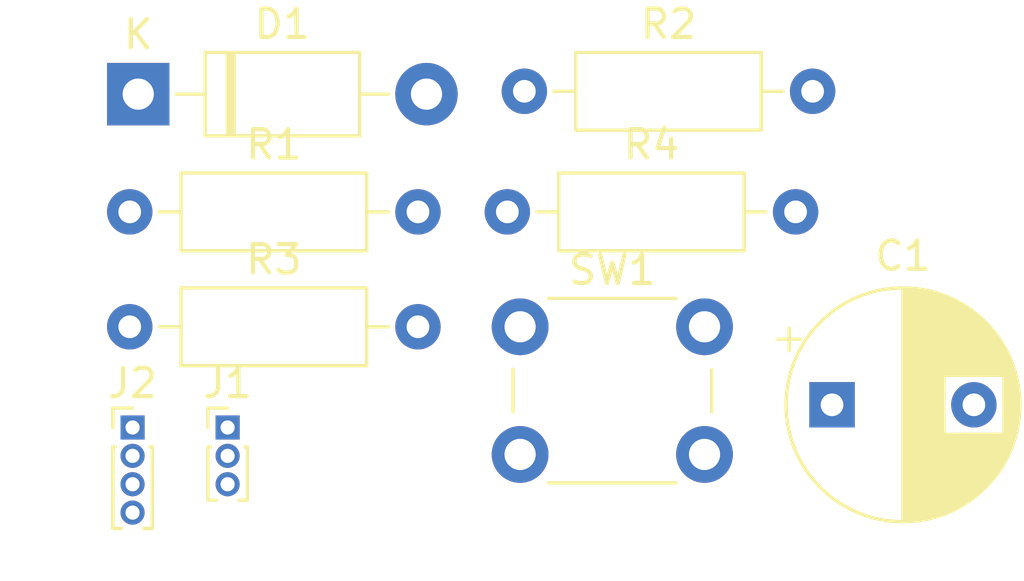
<source format=kicad_pcb>
(kicad_pcb (version 20171130) (host pcbnew "(5.1.9-0-10_14)")

  (general
    (thickness 1.6)
    (drawings 0)
    (tracks 0)
    (zones 0)
    (modules 9)
    (nets 9)
  )

  (page A4)
  (layers
    (0 F.Cu signal)
    (31 B.Cu signal)
    (32 B.Adhes user)
    (33 F.Adhes user)
    (34 B.Paste user)
    (35 F.Paste user)
    (36 B.SilkS user)
    (37 F.SilkS user)
    (38 B.Mask user)
    (39 F.Mask user)
    (40 Dwgs.User user)
    (41 Cmts.User user)
    (42 Eco1.User user)
    (43 Eco2.User user)
    (44 Edge.Cuts user)
    (45 Margin user)
    (46 B.CrtYd user)
    (47 F.CrtYd user)
    (48 B.Fab user)
    (49 F.Fab user)
  )

  (setup
    (last_trace_width 0.25)
    (trace_clearance 0.2)
    (zone_clearance 0.508)
    (zone_45_only no)
    (trace_min 0.2)
    (via_size 0.8)
    (via_drill 0.4)
    (via_min_size 0.4)
    (via_min_drill 0.3)
    (uvia_size 0.3)
    (uvia_drill 0.1)
    (uvias_allowed no)
    (uvia_min_size 0.2)
    (uvia_min_drill 0.1)
    (edge_width 0.05)
    (segment_width 0.2)
    (pcb_text_width 0.3)
    (pcb_text_size 1.5 1.5)
    (mod_edge_width 0.12)
    (mod_text_size 1 1)
    (mod_text_width 0.15)
    (pad_size 1.524 1.524)
    (pad_drill 0.762)
    (pad_to_mask_clearance 0)
    (aux_axis_origin 0 0)
    (visible_elements FFFFFF7F)
    (pcbplotparams
      (layerselection 0x010fc_ffffffff)
      (usegerberextensions false)
      (usegerberattributes true)
      (usegerberadvancedattributes true)
      (creategerberjobfile true)
      (excludeedgelayer true)
      (linewidth 0.100000)
      (plotframeref false)
      (viasonmask false)
      (mode 1)
      (useauxorigin false)
      (hpglpennumber 1)
      (hpglpenspeed 20)
      (hpglpendiameter 15.000000)
      (psnegative false)
      (psa4output false)
      (plotreference true)
      (plotvalue true)
      (plotinvisibletext false)
      (padsonsilk false)
      (subtractmaskfromsilk false)
      (outputformat 1)
      (mirror false)
      (drillshape 1)
      (scaleselection 1)
      (outputdirectory ""))
  )

  (net 0 "")
  (net 1 "Net-(C1-Pad1)")
  (net 2 "Net-(C1-Pad2)")
  (net 3 "Net-(D1-Pad2)")
  (net 4 "Net-(J1-Pad1)")
  (net 5 "Net-(J1-Pad2)")
  (net 6 "Net-(J1-Pad3)")
  (net 7 "Net-(J2-Pad4)")
  (net 8 "Net-(SW1-Pad2)")

  (net_class Default "This is the default net class."
    (clearance 0.2)
    (trace_width 0.25)
    (via_dia 0.8)
    (via_drill 0.4)
    (uvia_dia 0.3)
    (uvia_drill 0.1)
    (add_net "Net-(C1-Pad1)")
    (add_net "Net-(C1-Pad2)")
    (add_net "Net-(D1-Pad2)")
    (add_net "Net-(J1-Pad1)")
    (add_net "Net-(J1-Pad2)")
    (add_net "Net-(J1-Pad3)")
    (add_net "Net-(J2-Pad4)")
    (add_net "Net-(SW1-Pad2)")
  )

  (module Capacitor_THT:CP_Radial_D8.0mm_P5.00mm (layer F.Cu) (tedit 5AE50EF0) (tstamp 60538DE0)
    (at -3.380301 -158.874999)
    (descr "CP, Radial series, Radial, pin pitch=5.00mm, , diameter=8mm, Electrolytic Capacitor")
    (tags "CP Radial series Radial pin pitch 5.00mm  diameter 8mm Electrolytic Capacitor")
    (path /60539F26)
    (fp_text reference C1 (at 2.5 -5.25) (layer F.SilkS)
      (effects (font (size 1 1) (thickness 0.15)))
    )
    (fp_text value 100uF (at 2.5 5.25) (layer F.Fab)
      (effects (font (size 1 1) (thickness 0.15)))
    )
    (fp_line (start -1.509698 -2.715) (end -1.509698 -1.915) (layer F.SilkS) (width 0.12))
    (fp_line (start -1.909698 -2.315) (end -1.109698 -2.315) (layer F.SilkS) (width 0.12))
    (fp_line (start 6.581 -0.533) (end 6.581 0.533) (layer F.SilkS) (width 0.12))
    (fp_line (start 6.541 -0.768) (end 6.541 0.768) (layer F.SilkS) (width 0.12))
    (fp_line (start 6.501 -0.948) (end 6.501 0.948) (layer F.SilkS) (width 0.12))
    (fp_line (start 6.461 -1.098) (end 6.461 1.098) (layer F.SilkS) (width 0.12))
    (fp_line (start 6.421 -1.229) (end 6.421 1.229) (layer F.SilkS) (width 0.12))
    (fp_line (start 6.381 -1.346) (end 6.381 1.346) (layer F.SilkS) (width 0.12))
    (fp_line (start 6.341 -1.453) (end 6.341 1.453) (layer F.SilkS) (width 0.12))
    (fp_line (start 6.301 -1.552) (end 6.301 1.552) (layer F.SilkS) (width 0.12))
    (fp_line (start 6.261 -1.645) (end 6.261 1.645) (layer F.SilkS) (width 0.12))
    (fp_line (start 6.221 -1.731) (end 6.221 1.731) (layer F.SilkS) (width 0.12))
    (fp_line (start 6.181 -1.813) (end 6.181 1.813) (layer F.SilkS) (width 0.12))
    (fp_line (start 6.141 -1.89) (end 6.141 1.89) (layer F.SilkS) (width 0.12))
    (fp_line (start 6.101 -1.964) (end 6.101 1.964) (layer F.SilkS) (width 0.12))
    (fp_line (start 6.061 -2.034) (end 6.061 2.034) (layer F.SilkS) (width 0.12))
    (fp_line (start 6.021 1.04) (end 6.021 2.102) (layer F.SilkS) (width 0.12))
    (fp_line (start 6.021 -2.102) (end 6.021 -1.04) (layer F.SilkS) (width 0.12))
    (fp_line (start 5.981 1.04) (end 5.981 2.166) (layer F.SilkS) (width 0.12))
    (fp_line (start 5.981 -2.166) (end 5.981 -1.04) (layer F.SilkS) (width 0.12))
    (fp_line (start 5.941 1.04) (end 5.941 2.228) (layer F.SilkS) (width 0.12))
    (fp_line (start 5.941 -2.228) (end 5.941 -1.04) (layer F.SilkS) (width 0.12))
    (fp_line (start 5.901 1.04) (end 5.901 2.287) (layer F.SilkS) (width 0.12))
    (fp_line (start 5.901 -2.287) (end 5.901 -1.04) (layer F.SilkS) (width 0.12))
    (fp_line (start 5.861 1.04) (end 5.861 2.345) (layer F.SilkS) (width 0.12))
    (fp_line (start 5.861 -2.345) (end 5.861 -1.04) (layer F.SilkS) (width 0.12))
    (fp_line (start 5.821 1.04) (end 5.821 2.4) (layer F.SilkS) (width 0.12))
    (fp_line (start 5.821 -2.4) (end 5.821 -1.04) (layer F.SilkS) (width 0.12))
    (fp_line (start 5.781 1.04) (end 5.781 2.454) (layer F.SilkS) (width 0.12))
    (fp_line (start 5.781 -2.454) (end 5.781 -1.04) (layer F.SilkS) (width 0.12))
    (fp_line (start 5.741 1.04) (end 5.741 2.505) (layer F.SilkS) (width 0.12))
    (fp_line (start 5.741 -2.505) (end 5.741 -1.04) (layer F.SilkS) (width 0.12))
    (fp_line (start 5.701 1.04) (end 5.701 2.556) (layer F.SilkS) (width 0.12))
    (fp_line (start 5.701 -2.556) (end 5.701 -1.04) (layer F.SilkS) (width 0.12))
    (fp_line (start 5.661 1.04) (end 5.661 2.604) (layer F.SilkS) (width 0.12))
    (fp_line (start 5.661 -2.604) (end 5.661 -1.04) (layer F.SilkS) (width 0.12))
    (fp_line (start 5.621 1.04) (end 5.621 2.651) (layer F.SilkS) (width 0.12))
    (fp_line (start 5.621 -2.651) (end 5.621 -1.04) (layer F.SilkS) (width 0.12))
    (fp_line (start 5.581 1.04) (end 5.581 2.697) (layer F.SilkS) (width 0.12))
    (fp_line (start 5.581 -2.697) (end 5.581 -1.04) (layer F.SilkS) (width 0.12))
    (fp_line (start 5.541 1.04) (end 5.541 2.741) (layer F.SilkS) (width 0.12))
    (fp_line (start 5.541 -2.741) (end 5.541 -1.04) (layer F.SilkS) (width 0.12))
    (fp_line (start 5.501 1.04) (end 5.501 2.784) (layer F.SilkS) (width 0.12))
    (fp_line (start 5.501 -2.784) (end 5.501 -1.04) (layer F.SilkS) (width 0.12))
    (fp_line (start 5.461 1.04) (end 5.461 2.826) (layer F.SilkS) (width 0.12))
    (fp_line (start 5.461 -2.826) (end 5.461 -1.04) (layer F.SilkS) (width 0.12))
    (fp_line (start 5.421 1.04) (end 5.421 2.867) (layer F.SilkS) (width 0.12))
    (fp_line (start 5.421 -2.867) (end 5.421 -1.04) (layer F.SilkS) (width 0.12))
    (fp_line (start 5.381 1.04) (end 5.381 2.907) (layer F.SilkS) (width 0.12))
    (fp_line (start 5.381 -2.907) (end 5.381 -1.04) (layer F.SilkS) (width 0.12))
    (fp_line (start 5.341 1.04) (end 5.341 2.945) (layer F.SilkS) (width 0.12))
    (fp_line (start 5.341 -2.945) (end 5.341 -1.04) (layer F.SilkS) (width 0.12))
    (fp_line (start 5.301 1.04) (end 5.301 2.983) (layer F.SilkS) (width 0.12))
    (fp_line (start 5.301 -2.983) (end 5.301 -1.04) (layer F.SilkS) (width 0.12))
    (fp_line (start 5.261 1.04) (end 5.261 3.019) (layer F.SilkS) (width 0.12))
    (fp_line (start 5.261 -3.019) (end 5.261 -1.04) (layer F.SilkS) (width 0.12))
    (fp_line (start 5.221 1.04) (end 5.221 3.055) (layer F.SilkS) (width 0.12))
    (fp_line (start 5.221 -3.055) (end 5.221 -1.04) (layer F.SilkS) (width 0.12))
    (fp_line (start 5.181 1.04) (end 5.181 3.09) (layer F.SilkS) (width 0.12))
    (fp_line (start 5.181 -3.09) (end 5.181 -1.04) (layer F.SilkS) (width 0.12))
    (fp_line (start 5.141 1.04) (end 5.141 3.124) (layer F.SilkS) (width 0.12))
    (fp_line (start 5.141 -3.124) (end 5.141 -1.04) (layer F.SilkS) (width 0.12))
    (fp_line (start 5.101 1.04) (end 5.101 3.156) (layer F.SilkS) (width 0.12))
    (fp_line (start 5.101 -3.156) (end 5.101 -1.04) (layer F.SilkS) (width 0.12))
    (fp_line (start 5.061 1.04) (end 5.061 3.189) (layer F.SilkS) (width 0.12))
    (fp_line (start 5.061 -3.189) (end 5.061 -1.04) (layer F.SilkS) (width 0.12))
    (fp_line (start 5.021 1.04) (end 5.021 3.22) (layer F.SilkS) (width 0.12))
    (fp_line (start 5.021 -3.22) (end 5.021 -1.04) (layer F.SilkS) (width 0.12))
    (fp_line (start 4.981 1.04) (end 4.981 3.25) (layer F.SilkS) (width 0.12))
    (fp_line (start 4.981 -3.25) (end 4.981 -1.04) (layer F.SilkS) (width 0.12))
    (fp_line (start 4.941 1.04) (end 4.941 3.28) (layer F.SilkS) (width 0.12))
    (fp_line (start 4.941 -3.28) (end 4.941 -1.04) (layer F.SilkS) (width 0.12))
    (fp_line (start 4.901 1.04) (end 4.901 3.309) (layer F.SilkS) (width 0.12))
    (fp_line (start 4.901 -3.309) (end 4.901 -1.04) (layer F.SilkS) (width 0.12))
    (fp_line (start 4.861 1.04) (end 4.861 3.338) (layer F.SilkS) (width 0.12))
    (fp_line (start 4.861 -3.338) (end 4.861 -1.04) (layer F.SilkS) (width 0.12))
    (fp_line (start 4.821 1.04) (end 4.821 3.365) (layer F.SilkS) (width 0.12))
    (fp_line (start 4.821 -3.365) (end 4.821 -1.04) (layer F.SilkS) (width 0.12))
    (fp_line (start 4.781 1.04) (end 4.781 3.392) (layer F.SilkS) (width 0.12))
    (fp_line (start 4.781 -3.392) (end 4.781 -1.04) (layer F.SilkS) (width 0.12))
    (fp_line (start 4.741 1.04) (end 4.741 3.418) (layer F.SilkS) (width 0.12))
    (fp_line (start 4.741 -3.418) (end 4.741 -1.04) (layer F.SilkS) (width 0.12))
    (fp_line (start 4.701 1.04) (end 4.701 3.444) (layer F.SilkS) (width 0.12))
    (fp_line (start 4.701 -3.444) (end 4.701 -1.04) (layer F.SilkS) (width 0.12))
    (fp_line (start 4.661 1.04) (end 4.661 3.469) (layer F.SilkS) (width 0.12))
    (fp_line (start 4.661 -3.469) (end 4.661 -1.04) (layer F.SilkS) (width 0.12))
    (fp_line (start 4.621 1.04) (end 4.621 3.493) (layer F.SilkS) (width 0.12))
    (fp_line (start 4.621 -3.493) (end 4.621 -1.04) (layer F.SilkS) (width 0.12))
    (fp_line (start 4.581 1.04) (end 4.581 3.517) (layer F.SilkS) (width 0.12))
    (fp_line (start 4.581 -3.517) (end 4.581 -1.04) (layer F.SilkS) (width 0.12))
    (fp_line (start 4.541 1.04) (end 4.541 3.54) (layer F.SilkS) (width 0.12))
    (fp_line (start 4.541 -3.54) (end 4.541 -1.04) (layer F.SilkS) (width 0.12))
    (fp_line (start 4.501 1.04) (end 4.501 3.562) (layer F.SilkS) (width 0.12))
    (fp_line (start 4.501 -3.562) (end 4.501 -1.04) (layer F.SilkS) (width 0.12))
    (fp_line (start 4.461 1.04) (end 4.461 3.584) (layer F.SilkS) (width 0.12))
    (fp_line (start 4.461 -3.584) (end 4.461 -1.04) (layer F.SilkS) (width 0.12))
    (fp_line (start 4.421 1.04) (end 4.421 3.606) (layer F.SilkS) (width 0.12))
    (fp_line (start 4.421 -3.606) (end 4.421 -1.04) (layer F.SilkS) (width 0.12))
    (fp_line (start 4.381 1.04) (end 4.381 3.627) (layer F.SilkS) (width 0.12))
    (fp_line (start 4.381 -3.627) (end 4.381 -1.04) (layer F.SilkS) (width 0.12))
    (fp_line (start 4.341 1.04) (end 4.341 3.647) (layer F.SilkS) (width 0.12))
    (fp_line (start 4.341 -3.647) (end 4.341 -1.04) (layer F.SilkS) (width 0.12))
    (fp_line (start 4.301 1.04) (end 4.301 3.666) (layer F.SilkS) (width 0.12))
    (fp_line (start 4.301 -3.666) (end 4.301 -1.04) (layer F.SilkS) (width 0.12))
    (fp_line (start 4.261 1.04) (end 4.261 3.686) (layer F.SilkS) (width 0.12))
    (fp_line (start 4.261 -3.686) (end 4.261 -1.04) (layer F.SilkS) (width 0.12))
    (fp_line (start 4.221 1.04) (end 4.221 3.704) (layer F.SilkS) (width 0.12))
    (fp_line (start 4.221 -3.704) (end 4.221 -1.04) (layer F.SilkS) (width 0.12))
    (fp_line (start 4.181 1.04) (end 4.181 3.722) (layer F.SilkS) (width 0.12))
    (fp_line (start 4.181 -3.722) (end 4.181 -1.04) (layer F.SilkS) (width 0.12))
    (fp_line (start 4.141 1.04) (end 4.141 3.74) (layer F.SilkS) (width 0.12))
    (fp_line (start 4.141 -3.74) (end 4.141 -1.04) (layer F.SilkS) (width 0.12))
    (fp_line (start 4.101 1.04) (end 4.101 3.757) (layer F.SilkS) (width 0.12))
    (fp_line (start 4.101 -3.757) (end 4.101 -1.04) (layer F.SilkS) (width 0.12))
    (fp_line (start 4.061 1.04) (end 4.061 3.774) (layer F.SilkS) (width 0.12))
    (fp_line (start 4.061 -3.774) (end 4.061 -1.04) (layer F.SilkS) (width 0.12))
    (fp_line (start 4.021 1.04) (end 4.021 3.79) (layer F.SilkS) (width 0.12))
    (fp_line (start 4.021 -3.79) (end 4.021 -1.04) (layer F.SilkS) (width 0.12))
    (fp_line (start 3.981 1.04) (end 3.981 3.805) (layer F.SilkS) (width 0.12))
    (fp_line (start 3.981 -3.805) (end 3.981 -1.04) (layer F.SilkS) (width 0.12))
    (fp_line (start 3.941 -3.821) (end 3.941 3.821) (layer F.SilkS) (width 0.12))
    (fp_line (start 3.901 -3.835) (end 3.901 3.835) (layer F.SilkS) (width 0.12))
    (fp_line (start 3.861 -3.85) (end 3.861 3.85) (layer F.SilkS) (width 0.12))
    (fp_line (start 3.821 -3.863) (end 3.821 3.863) (layer F.SilkS) (width 0.12))
    (fp_line (start 3.781 -3.877) (end 3.781 3.877) (layer F.SilkS) (width 0.12))
    (fp_line (start 3.741 -3.889) (end 3.741 3.889) (layer F.SilkS) (width 0.12))
    (fp_line (start 3.701 -3.902) (end 3.701 3.902) (layer F.SilkS) (width 0.12))
    (fp_line (start 3.661 -3.914) (end 3.661 3.914) (layer F.SilkS) (width 0.12))
    (fp_line (start 3.621 -3.925) (end 3.621 3.925) (layer F.SilkS) (width 0.12))
    (fp_line (start 3.581 -3.936) (end 3.581 3.936) (layer F.SilkS) (width 0.12))
    (fp_line (start 3.541 -3.947) (end 3.541 3.947) (layer F.SilkS) (width 0.12))
    (fp_line (start 3.501 -3.957) (end 3.501 3.957) (layer F.SilkS) (width 0.12))
    (fp_line (start 3.461 -3.967) (end 3.461 3.967) (layer F.SilkS) (width 0.12))
    (fp_line (start 3.421 -3.976) (end 3.421 3.976) (layer F.SilkS) (width 0.12))
    (fp_line (start 3.381 -3.985) (end 3.381 3.985) (layer F.SilkS) (width 0.12))
    (fp_line (start 3.341 -3.994) (end 3.341 3.994) (layer F.SilkS) (width 0.12))
    (fp_line (start 3.301 -4.002) (end 3.301 4.002) (layer F.SilkS) (width 0.12))
    (fp_line (start 3.261 -4.01) (end 3.261 4.01) (layer F.SilkS) (width 0.12))
    (fp_line (start 3.221 -4.017) (end 3.221 4.017) (layer F.SilkS) (width 0.12))
    (fp_line (start 3.18 -4.024) (end 3.18 4.024) (layer F.SilkS) (width 0.12))
    (fp_line (start 3.14 -4.03) (end 3.14 4.03) (layer F.SilkS) (width 0.12))
    (fp_line (start 3.1 -4.037) (end 3.1 4.037) (layer F.SilkS) (width 0.12))
    (fp_line (start 3.06 -4.042) (end 3.06 4.042) (layer F.SilkS) (width 0.12))
    (fp_line (start 3.02 -4.048) (end 3.02 4.048) (layer F.SilkS) (width 0.12))
    (fp_line (start 2.98 -4.052) (end 2.98 4.052) (layer F.SilkS) (width 0.12))
    (fp_line (start 2.94 -4.057) (end 2.94 4.057) (layer F.SilkS) (width 0.12))
    (fp_line (start 2.9 -4.061) (end 2.9 4.061) (layer F.SilkS) (width 0.12))
    (fp_line (start 2.86 -4.065) (end 2.86 4.065) (layer F.SilkS) (width 0.12))
    (fp_line (start 2.82 -4.068) (end 2.82 4.068) (layer F.SilkS) (width 0.12))
    (fp_line (start 2.78 -4.071) (end 2.78 4.071) (layer F.SilkS) (width 0.12))
    (fp_line (start 2.74 -4.074) (end 2.74 4.074) (layer F.SilkS) (width 0.12))
    (fp_line (start 2.7 -4.076) (end 2.7 4.076) (layer F.SilkS) (width 0.12))
    (fp_line (start 2.66 -4.077) (end 2.66 4.077) (layer F.SilkS) (width 0.12))
    (fp_line (start 2.62 -4.079) (end 2.62 4.079) (layer F.SilkS) (width 0.12))
    (fp_line (start 2.58 -4.08) (end 2.58 4.08) (layer F.SilkS) (width 0.12))
    (fp_line (start 2.54 -4.08) (end 2.54 4.08) (layer F.SilkS) (width 0.12))
    (fp_line (start 2.5 -4.08) (end 2.5 4.08) (layer F.SilkS) (width 0.12))
    (fp_line (start -0.526759 -2.1475) (end -0.526759 -1.3475) (layer F.Fab) (width 0.1))
    (fp_line (start -0.926759 -1.7475) (end -0.126759 -1.7475) (layer F.Fab) (width 0.1))
    (fp_circle (center 2.5 0) (end 6.75 0) (layer F.CrtYd) (width 0.05))
    (fp_circle (center 2.5 0) (end 6.62 0) (layer F.SilkS) (width 0.12))
    (fp_circle (center 2.5 0) (end 6.5 0) (layer F.Fab) (width 0.1))
    (fp_text user %R (at 2.5 0) (layer F.Fab)
      (effects (font (size 1 1) (thickness 0.15)))
    )
    (pad 1 thru_hole rect (at 0 0) (size 1.6 1.6) (drill 0.8) (layers *.Cu *.Mask)
      (net 1 "Net-(C1-Pad1)"))
    (pad 2 thru_hole circle (at 5 0) (size 1.6 1.6) (drill 0.8) (layers *.Cu *.Mask)
      (net 2 "Net-(C1-Pad2)"))
    (model ${KISYS3DMOD}/Capacitor_THT.3dshapes/CP_Radial_D8.0mm_P5.00mm.wrl
      (at (xyz 0 0 0))
      (scale (xyz 1 1 1))
      (rotate (xyz 0 0 0))
    )
  )

  (module Diode_THT:D_DO-41_SOD81_P10.16mm_Horizontal (layer F.Cu) (tedit 5AE50CD5) (tstamp 60538DFF)
    (at -27.834999 -169.824999)
    (descr "Diode, DO-41_SOD81 series, Axial, Horizontal, pin pitch=10.16mm, , length*diameter=5.2*2.7mm^2, , http://www.diodes.com/_files/packages/DO-41%20(Plastic).pdf")
    (tags "Diode DO-41_SOD81 series Axial Horizontal pin pitch 10.16mm  length 5.2mm diameter 2.7mm")
    (path /6053851D)
    (fp_text reference D1 (at 5.08 -2.47) (layer F.SilkS)
      (effects (font (size 1 1) (thickness 0.15)))
    )
    (fp_text value 1N4001 (at 5.08 2.47) (layer F.Fab)
      (effects (font (size 1 1) (thickness 0.15)))
    )
    (fp_line (start 11.51 -1.6) (end -1.35 -1.6) (layer F.CrtYd) (width 0.05))
    (fp_line (start 11.51 1.6) (end 11.51 -1.6) (layer F.CrtYd) (width 0.05))
    (fp_line (start -1.35 1.6) (end 11.51 1.6) (layer F.CrtYd) (width 0.05))
    (fp_line (start -1.35 -1.6) (end -1.35 1.6) (layer F.CrtYd) (width 0.05))
    (fp_line (start 3.14 -1.47) (end 3.14 1.47) (layer F.SilkS) (width 0.12))
    (fp_line (start 3.38 -1.47) (end 3.38 1.47) (layer F.SilkS) (width 0.12))
    (fp_line (start 3.26 -1.47) (end 3.26 1.47) (layer F.SilkS) (width 0.12))
    (fp_line (start 8.82 0) (end 7.8 0) (layer F.SilkS) (width 0.12))
    (fp_line (start 1.34 0) (end 2.36 0) (layer F.SilkS) (width 0.12))
    (fp_line (start 7.8 -1.47) (end 2.36 -1.47) (layer F.SilkS) (width 0.12))
    (fp_line (start 7.8 1.47) (end 7.8 -1.47) (layer F.SilkS) (width 0.12))
    (fp_line (start 2.36 1.47) (end 7.8 1.47) (layer F.SilkS) (width 0.12))
    (fp_line (start 2.36 -1.47) (end 2.36 1.47) (layer F.SilkS) (width 0.12))
    (fp_line (start 3.16 -1.35) (end 3.16 1.35) (layer F.Fab) (width 0.1))
    (fp_line (start 3.36 -1.35) (end 3.36 1.35) (layer F.Fab) (width 0.1))
    (fp_line (start 3.26 -1.35) (end 3.26 1.35) (layer F.Fab) (width 0.1))
    (fp_line (start 10.16 0) (end 7.68 0) (layer F.Fab) (width 0.1))
    (fp_line (start 0 0) (end 2.48 0) (layer F.Fab) (width 0.1))
    (fp_line (start 7.68 -1.35) (end 2.48 -1.35) (layer F.Fab) (width 0.1))
    (fp_line (start 7.68 1.35) (end 7.68 -1.35) (layer F.Fab) (width 0.1))
    (fp_line (start 2.48 1.35) (end 7.68 1.35) (layer F.Fab) (width 0.1))
    (fp_line (start 2.48 -1.35) (end 2.48 1.35) (layer F.Fab) (width 0.1))
    (fp_text user %R (at 5.47 0) (layer F.Fab)
      (effects (font (size 1 1) (thickness 0.15)))
    )
    (fp_text user K (at 0 -2.1) (layer F.Fab)
      (effects (font (size 1 1) (thickness 0.15)))
    )
    (fp_text user K (at 0 -2.1) (layer F.SilkS)
      (effects (font (size 1 1) (thickness 0.15)))
    )
    (pad 1 thru_hole rect (at 0 0) (size 2.2 2.2) (drill 1.1) (layers *.Cu *.Mask)
      (net 1 "Net-(C1-Pad1)"))
    (pad 2 thru_hole oval (at 10.16 0) (size 2.2 2.2) (drill 1.1) (layers *.Cu *.Mask)
      (net 3 "Net-(D1-Pad2)"))
    (model ${KISYS3DMOD}/Diode_THT.3dshapes/D_DO-41_SOD81_P10.16mm_Horizontal.wrl
      (at (xyz 0 0 0))
      (scale (xyz 1 1 1))
      (rotate (xyz 0 0 0))
    )
  )

  (module Connector_PinHeader_1.00mm:PinHeader_1x03_P1.00mm_Vertical (layer F.Cu) (tedit 59FED738) (tstamp 60538E18)
    (at -24.684999 -158.074999)
    (descr "Through hole straight pin header, 1x03, 1.00mm pitch, single row")
    (tags "Through hole pin header THT 1x03 1.00mm single row")
    (path /6054119A)
    (fp_text reference J1 (at 0 -1.56) (layer F.SilkS)
      (effects (font (size 1 1) (thickness 0.15)))
    )
    (fp_text value Conn_01x03 (at 0 3.56) (layer F.Fab)
      (effects (font (size 1 1) (thickness 0.15)))
    )
    (fp_line (start 1.15 -1) (end -1.15 -1) (layer F.CrtYd) (width 0.05))
    (fp_line (start 1.15 3) (end 1.15 -1) (layer F.CrtYd) (width 0.05))
    (fp_line (start -1.15 3) (end 1.15 3) (layer F.CrtYd) (width 0.05))
    (fp_line (start -1.15 -1) (end -1.15 3) (layer F.CrtYd) (width 0.05))
    (fp_line (start -0.695 -0.685) (end 0 -0.685) (layer F.SilkS) (width 0.12))
    (fp_line (start -0.695 0) (end -0.695 -0.685) (layer F.SilkS) (width 0.12))
    (fp_line (start 0.608276 0.685) (end 0.695 0.685) (layer F.SilkS) (width 0.12))
    (fp_line (start -0.695 0.685) (end -0.608276 0.685) (layer F.SilkS) (width 0.12))
    (fp_line (start 0.695 0.685) (end 0.695 2.56) (layer F.SilkS) (width 0.12))
    (fp_line (start -0.695 0.685) (end -0.695 2.56) (layer F.SilkS) (width 0.12))
    (fp_line (start 0.394493 2.56) (end 0.695 2.56) (layer F.SilkS) (width 0.12))
    (fp_line (start -0.695 2.56) (end -0.394493 2.56) (layer F.SilkS) (width 0.12))
    (fp_line (start -0.635 -0.1825) (end -0.3175 -0.5) (layer F.Fab) (width 0.1))
    (fp_line (start -0.635 2.5) (end -0.635 -0.1825) (layer F.Fab) (width 0.1))
    (fp_line (start 0.635 2.5) (end -0.635 2.5) (layer F.Fab) (width 0.1))
    (fp_line (start 0.635 -0.5) (end 0.635 2.5) (layer F.Fab) (width 0.1))
    (fp_line (start -0.3175 -0.5) (end 0.635 -0.5) (layer F.Fab) (width 0.1))
    (fp_text user %R (at 0 1 90) (layer F.Fab)
      (effects (font (size 0.76 0.76) (thickness 0.114)))
    )
    (pad 1 thru_hole rect (at 0 0) (size 0.85 0.85) (drill 0.5) (layers *.Cu *.Mask)
      (net 4 "Net-(J1-Pad1)"))
    (pad 2 thru_hole oval (at 0 1) (size 0.85 0.85) (drill 0.5) (layers *.Cu *.Mask)
      (net 5 "Net-(J1-Pad2)"))
    (pad 3 thru_hole oval (at 0 2) (size 0.85 0.85) (drill 0.5) (layers *.Cu *.Mask)
      (net 6 "Net-(J1-Pad3)"))
    (model ${KISYS3DMOD}/Connector_PinHeader_1.00mm.3dshapes/PinHeader_1x03_P1.00mm_Vertical.wrl
      (at (xyz 0 0 0))
      (scale (xyz 1 1 1))
      (rotate (xyz 0 0 0))
    )
  )

  (module Connector_PinHeader_1.00mm:PinHeader_1x04_P1.00mm_Vertical (layer F.Cu) (tedit 59FED738) (tstamp 60538E32)
    (at -28.034999 -158.074999)
    (descr "Through hole straight pin header, 1x04, 1.00mm pitch, single row")
    (tags "Through hole pin header THT 1x04 1.00mm single row")
    (path /6053E671)
    (fp_text reference J2 (at 0 -1.56) (layer F.SilkS)
      (effects (font (size 1 1) (thickness 0.15)))
    )
    (fp_text value Conn_01x04 (at 0 4.56) (layer F.Fab)
      (effects (font (size 1 1) (thickness 0.15)))
    )
    (fp_line (start 1.15 -1) (end -1.15 -1) (layer F.CrtYd) (width 0.05))
    (fp_line (start 1.15 4) (end 1.15 -1) (layer F.CrtYd) (width 0.05))
    (fp_line (start -1.15 4) (end 1.15 4) (layer F.CrtYd) (width 0.05))
    (fp_line (start -1.15 -1) (end -1.15 4) (layer F.CrtYd) (width 0.05))
    (fp_line (start -0.695 -0.685) (end 0 -0.685) (layer F.SilkS) (width 0.12))
    (fp_line (start -0.695 0) (end -0.695 -0.685) (layer F.SilkS) (width 0.12))
    (fp_line (start 0.608276 0.685) (end 0.695 0.685) (layer F.SilkS) (width 0.12))
    (fp_line (start -0.695 0.685) (end -0.608276 0.685) (layer F.SilkS) (width 0.12))
    (fp_line (start 0.695 0.685) (end 0.695 3.56) (layer F.SilkS) (width 0.12))
    (fp_line (start -0.695 0.685) (end -0.695 3.56) (layer F.SilkS) (width 0.12))
    (fp_line (start 0.394493 3.56) (end 0.695 3.56) (layer F.SilkS) (width 0.12))
    (fp_line (start -0.695 3.56) (end -0.394493 3.56) (layer F.SilkS) (width 0.12))
    (fp_line (start -0.635 -0.1825) (end -0.3175 -0.5) (layer F.Fab) (width 0.1))
    (fp_line (start -0.635 3.5) (end -0.635 -0.1825) (layer F.Fab) (width 0.1))
    (fp_line (start 0.635 3.5) (end -0.635 3.5) (layer F.Fab) (width 0.1))
    (fp_line (start 0.635 -0.5) (end 0.635 3.5) (layer F.Fab) (width 0.1))
    (fp_line (start -0.3175 -0.5) (end 0.635 -0.5) (layer F.Fab) (width 0.1))
    (fp_text user %R (at 0 1.5 90) (layer F.Fab)
      (effects (font (size 0.76 0.76) (thickness 0.114)))
    )
    (pad 1 thru_hole rect (at 0 0) (size 0.85 0.85) (drill 0.5) (layers *.Cu *.Mask)
      (net 6 "Net-(J1-Pad3)"))
    (pad 2 thru_hole oval (at 0 1) (size 0.85 0.85) (drill 0.5) (layers *.Cu *.Mask)
      (net 2 "Net-(C1-Pad2)"))
    (pad 3 thru_hole oval (at 0 2) (size 0.85 0.85) (drill 0.5) (layers *.Cu *.Mask)
      (net 1 "Net-(C1-Pad1)"))
    (pad 4 thru_hole oval (at 0 3) (size 0.85 0.85) (drill 0.5) (layers *.Cu *.Mask)
      (net 7 "Net-(J2-Pad4)"))
    (model ${KISYS3DMOD}/Connector_PinHeader_1.00mm.3dshapes/PinHeader_1x04_P1.00mm_Vertical.wrl
      (at (xyz 0 0 0))
      (scale (xyz 1 1 1))
      (rotate (xyz 0 0 0))
    )
  )

  (module Resistor_THT:R_Axial_DIN0207_L6.3mm_D2.5mm_P10.16mm_Horizontal (layer F.Cu) (tedit 5AE5139B) (tstamp 60538E49)
    (at -28.134999 -165.674999)
    (descr "Resistor, Axial_DIN0207 series, Axial, Horizontal, pin pitch=10.16mm, 0.25W = 1/4W, length*diameter=6.3*2.5mm^2, http://cdn-reichelt.de/documents/datenblatt/B400/1_4W%23YAG.pdf")
    (tags "Resistor Axial_DIN0207 series Axial Horizontal pin pitch 10.16mm 0.25W = 1/4W length 6.3mm diameter 2.5mm")
    (path /605322A6)
    (fp_text reference R1 (at 5.08 -2.37) (layer F.SilkS)
      (effects (font (size 1 1) (thickness 0.15)))
    )
    (fp_text value 33k (at 5.08 2.37) (layer F.Fab)
      (effects (font (size 1 1) (thickness 0.15)))
    )
    (fp_line (start 11.21 -1.5) (end -1.05 -1.5) (layer F.CrtYd) (width 0.05))
    (fp_line (start 11.21 1.5) (end 11.21 -1.5) (layer F.CrtYd) (width 0.05))
    (fp_line (start -1.05 1.5) (end 11.21 1.5) (layer F.CrtYd) (width 0.05))
    (fp_line (start -1.05 -1.5) (end -1.05 1.5) (layer F.CrtYd) (width 0.05))
    (fp_line (start 9.12 0) (end 8.35 0) (layer F.SilkS) (width 0.12))
    (fp_line (start 1.04 0) (end 1.81 0) (layer F.SilkS) (width 0.12))
    (fp_line (start 8.35 -1.37) (end 1.81 -1.37) (layer F.SilkS) (width 0.12))
    (fp_line (start 8.35 1.37) (end 8.35 -1.37) (layer F.SilkS) (width 0.12))
    (fp_line (start 1.81 1.37) (end 8.35 1.37) (layer F.SilkS) (width 0.12))
    (fp_line (start 1.81 -1.37) (end 1.81 1.37) (layer F.SilkS) (width 0.12))
    (fp_line (start 10.16 0) (end 8.23 0) (layer F.Fab) (width 0.1))
    (fp_line (start 0 0) (end 1.93 0) (layer F.Fab) (width 0.1))
    (fp_line (start 8.23 -1.25) (end 1.93 -1.25) (layer F.Fab) (width 0.1))
    (fp_line (start 8.23 1.25) (end 8.23 -1.25) (layer F.Fab) (width 0.1))
    (fp_line (start 1.93 1.25) (end 8.23 1.25) (layer F.Fab) (width 0.1))
    (fp_line (start 1.93 -1.25) (end 1.93 1.25) (layer F.Fab) (width 0.1))
    (fp_text user %R (at 5.08 0) (layer F.Fab)
      (effects (font (size 1 1) (thickness 0.15)))
    )
    (pad 1 thru_hole circle (at 0 0) (size 1.6 1.6) (drill 0.8) (layers *.Cu *.Mask)
      (net 3 "Net-(D1-Pad2)"))
    (pad 2 thru_hole oval (at 10.16 0) (size 1.6 1.6) (drill 0.8) (layers *.Cu *.Mask)
      (net 4 "Net-(J1-Pad1)"))
    (model ${KISYS3DMOD}/Resistor_THT.3dshapes/R_Axial_DIN0207_L6.3mm_D2.5mm_P10.16mm_Horizontal.wrl
      (at (xyz 0 0 0))
      (scale (xyz 1 1 1))
      (rotate (xyz 0 0 0))
    )
  )

  (module Resistor_THT:R_Axial_DIN0207_L6.3mm_D2.5mm_P10.16mm_Horizontal (layer F.Cu) (tedit 5AE5139B) (tstamp 60538E60)
    (at -14.224999 -169.924999)
    (descr "Resistor, Axial_DIN0207 series, Axial, Horizontal, pin pitch=10.16mm, 0.25W = 1/4W, length*diameter=6.3*2.5mm^2, http://cdn-reichelt.de/documents/datenblatt/B400/1_4W%23YAG.pdf")
    (tags "Resistor Axial_DIN0207 series Axial Horizontal pin pitch 10.16mm 0.25W = 1/4W length 6.3mm diameter 2.5mm")
    (path /6053626B)
    (fp_text reference R2 (at 5.08 -2.37) (layer F.SilkS)
      (effects (font (size 1 1) (thickness 0.15)))
    )
    (fp_text value 100K (at 5.08 2.37) (layer F.Fab)
      (effects (font (size 1 1) (thickness 0.15)))
    )
    (fp_text user %R (at 5.08 0) (layer F.Fab)
      (effects (font (size 1 1) (thickness 0.15)))
    )
    (fp_line (start 1.93 -1.25) (end 1.93 1.25) (layer F.Fab) (width 0.1))
    (fp_line (start 1.93 1.25) (end 8.23 1.25) (layer F.Fab) (width 0.1))
    (fp_line (start 8.23 1.25) (end 8.23 -1.25) (layer F.Fab) (width 0.1))
    (fp_line (start 8.23 -1.25) (end 1.93 -1.25) (layer F.Fab) (width 0.1))
    (fp_line (start 0 0) (end 1.93 0) (layer F.Fab) (width 0.1))
    (fp_line (start 10.16 0) (end 8.23 0) (layer F.Fab) (width 0.1))
    (fp_line (start 1.81 -1.37) (end 1.81 1.37) (layer F.SilkS) (width 0.12))
    (fp_line (start 1.81 1.37) (end 8.35 1.37) (layer F.SilkS) (width 0.12))
    (fp_line (start 8.35 1.37) (end 8.35 -1.37) (layer F.SilkS) (width 0.12))
    (fp_line (start 8.35 -1.37) (end 1.81 -1.37) (layer F.SilkS) (width 0.12))
    (fp_line (start 1.04 0) (end 1.81 0) (layer F.SilkS) (width 0.12))
    (fp_line (start 9.12 0) (end 8.35 0) (layer F.SilkS) (width 0.12))
    (fp_line (start -1.05 -1.5) (end -1.05 1.5) (layer F.CrtYd) (width 0.05))
    (fp_line (start -1.05 1.5) (end 11.21 1.5) (layer F.CrtYd) (width 0.05))
    (fp_line (start 11.21 1.5) (end 11.21 -1.5) (layer F.CrtYd) (width 0.05))
    (fp_line (start 11.21 -1.5) (end -1.05 -1.5) (layer F.CrtYd) (width 0.05))
    (pad 2 thru_hole oval (at 10.16 0) (size 1.6 1.6) (drill 0.8) (layers *.Cu *.Mask)
      (net 2 "Net-(C1-Pad2)"))
    (pad 1 thru_hole circle (at 0 0) (size 1.6 1.6) (drill 0.8) (layers *.Cu *.Mask)
      (net 4 "Net-(J1-Pad1)"))
    (model ${KISYS3DMOD}/Resistor_THT.3dshapes/R_Axial_DIN0207_L6.3mm_D2.5mm_P10.16mm_Horizontal.wrl
      (at (xyz 0 0 0))
      (scale (xyz 1 1 1))
      (rotate (xyz 0 0 0))
    )
  )

  (module Resistor_THT:R_Axial_DIN0207_L6.3mm_D2.5mm_P10.16mm_Horizontal (layer F.Cu) (tedit 5AE5139B) (tstamp 60538E77)
    (at -28.134999 -161.624999)
    (descr "Resistor, Axial_DIN0207 series, Axial, Horizontal, pin pitch=10.16mm, 0.25W = 1/4W, length*diameter=6.3*2.5mm^2, http://cdn-reichelt.de/documents/datenblatt/B400/1_4W%23YAG.pdf")
    (tags "Resistor Axial_DIN0207 series Axial Horizontal pin pitch 10.16mm 0.25W = 1/4W length 6.3mm diameter 2.5mm")
    (path /605376A0)
    (fp_text reference R3 (at 5.08 -2.37) (layer F.SilkS)
      (effects (font (size 1 1) (thickness 0.15)))
    )
    (fp_text value 10K (at 5.08 2.37) (layer F.Fab)
      (effects (font (size 1 1) (thickness 0.15)))
    )
    (fp_text user %R (at 5.08 0) (layer F.Fab)
      (effects (font (size 1 1) (thickness 0.15)))
    )
    (fp_line (start 1.93 -1.25) (end 1.93 1.25) (layer F.Fab) (width 0.1))
    (fp_line (start 1.93 1.25) (end 8.23 1.25) (layer F.Fab) (width 0.1))
    (fp_line (start 8.23 1.25) (end 8.23 -1.25) (layer F.Fab) (width 0.1))
    (fp_line (start 8.23 -1.25) (end 1.93 -1.25) (layer F.Fab) (width 0.1))
    (fp_line (start 0 0) (end 1.93 0) (layer F.Fab) (width 0.1))
    (fp_line (start 10.16 0) (end 8.23 0) (layer F.Fab) (width 0.1))
    (fp_line (start 1.81 -1.37) (end 1.81 1.37) (layer F.SilkS) (width 0.12))
    (fp_line (start 1.81 1.37) (end 8.35 1.37) (layer F.SilkS) (width 0.12))
    (fp_line (start 8.35 1.37) (end 8.35 -1.37) (layer F.SilkS) (width 0.12))
    (fp_line (start 8.35 -1.37) (end 1.81 -1.37) (layer F.SilkS) (width 0.12))
    (fp_line (start 1.04 0) (end 1.81 0) (layer F.SilkS) (width 0.12))
    (fp_line (start 9.12 0) (end 8.35 0) (layer F.SilkS) (width 0.12))
    (fp_line (start -1.05 -1.5) (end -1.05 1.5) (layer F.CrtYd) (width 0.05))
    (fp_line (start -1.05 1.5) (end 11.21 1.5) (layer F.CrtYd) (width 0.05))
    (fp_line (start 11.21 1.5) (end 11.21 -1.5) (layer F.CrtYd) (width 0.05))
    (fp_line (start 11.21 -1.5) (end -1.05 -1.5) (layer F.CrtYd) (width 0.05))
    (pad 2 thru_hole oval (at 10.16 0) (size 1.6 1.6) (drill 0.8) (layers *.Cu *.Mask)
      (net 5 "Net-(J1-Pad2)"))
    (pad 1 thru_hole circle (at 0 0) (size 1.6 1.6) (drill 0.8) (layers *.Cu *.Mask)
      (net 1 "Net-(C1-Pad1)"))
    (model ${KISYS3DMOD}/Resistor_THT.3dshapes/R_Axial_DIN0207_L6.3mm_D2.5mm_P10.16mm_Horizontal.wrl
      (at (xyz 0 0 0))
      (scale (xyz 1 1 1))
      (rotate (xyz 0 0 0))
    )
  )

  (module Resistor_THT:R_Axial_DIN0207_L6.3mm_D2.5mm_P10.16mm_Horizontal (layer F.Cu) (tedit 5AE5139B) (tstamp 60538E8E)
    (at -14.824999 -165.674999)
    (descr "Resistor, Axial_DIN0207 series, Axial, Horizontal, pin pitch=10.16mm, 0.25W = 1/4W, length*diameter=6.3*2.5mm^2, http://cdn-reichelt.de/documents/datenblatt/B400/1_4W%23YAG.pdf")
    (tags "Resistor Axial_DIN0207 series Axial Horizontal pin pitch 10.16mm 0.25W = 1/4W length 6.3mm diameter 2.5mm")
    (path /60536A1E)
    (fp_text reference R4 (at 5.08 -2.37) (layer F.SilkS)
      (effects (font (size 1 1) (thickness 0.15)))
    )
    (fp_text value 100K (at 5.08 2.37) (layer F.Fab)
      (effects (font (size 1 1) (thickness 0.15)))
    )
    (fp_line (start 11.21 -1.5) (end -1.05 -1.5) (layer F.CrtYd) (width 0.05))
    (fp_line (start 11.21 1.5) (end 11.21 -1.5) (layer F.CrtYd) (width 0.05))
    (fp_line (start -1.05 1.5) (end 11.21 1.5) (layer F.CrtYd) (width 0.05))
    (fp_line (start -1.05 -1.5) (end -1.05 1.5) (layer F.CrtYd) (width 0.05))
    (fp_line (start 9.12 0) (end 8.35 0) (layer F.SilkS) (width 0.12))
    (fp_line (start 1.04 0) (end 1.81 0) (layer F.SilkS) (width 0.12))
    (fp_line (start 8.35 -1.37) (end 1.81 -1.37) (layer F.SilkS) (width 0.12))
    (fp_line (start 8.35 1.37) (end 8.35 -1.37) (layer F.SilkS) (width 0.12))
    (fp_line (start 1.81 1.37) (end 8.35 1.37) (layer F.SilkS) (width 0.12))
    (fp_line (start 1.81 -1.37) (end 1.81 1.37) (layer F.SilkS) (width 0.12))
    (fp_line (start 10.16 0) (end 8.23 0) (layer F.Fab) (width 0.1))
    (fp_line (start 0 0) (end 1.93 0) (layer F.Fab) (width 0.1))
    (fp_line (start 8.23 -1.25) (end 1.93 -1.25) (layer F.Fab) (width 0.1))
    (fp_line (start 8.23 1.25) (end 8.23 -1.25) (layer F.Fab) (width 0.1))
    (fp_line (start 1.93 1.25) (end 8.23 1.25) (layer F.Fab) (width 0.1))
    (fp_line (start 1.93 -1.25) (end 1.93 1.25) (layer F.Fab) (width 0.1))
    (fp_text user %R (at 5.08 0) (layer F.Fab)
      (effects (font (size 1 1) (thickness 0.15)))
    )
    (pad 1 thru_hole circle (at 0 0) (size 1.6 1.6) (drill 0.8) (layers *.Cu *.Mask)
      (net 1 "Net-(C1-Pad1)"))
    (pad 2 thru_hole oval (at 10.16 0) (size 1.6 1.6) (drill 0.8) (layers *.Cu *.Mask)
      (net 2 "Net-(C1-Pad2)"))
    (model ${KISYS3DMOD}/Resistor_THT.3dshapes/R_Axial_DIN0207_L6.3mm_D2.5mm_P10.16mm_Horizontal.wrl
      (at (xyz 0 0 0))
      (scale (xyz 1 1 1))
      (rotate (xyz 0 0 0))
    )
  )

  (module Button_Switch_THT:SW_PUSH_6mm_H5mm (layer F.Cu) (tedit 5A02FE31) (tstamp 60538EAD)
    (at -14.374999 -161.624999)
    (descr "tactile push button, 6x6mm e.g. PHAP33xx series, height=5mm")
    (tags "tact sw push 6mm")
    (path /6053B9E4)
    (fp_text reference SW1 (at 3.25 -2) (layer F.SilkS)
      (effects (font (size 1 1) (thickness 0.15)))
    )
    (fp_text value SW_MEC_5E (at 3.75 6.7) (layer F.Fab)
      (effects (font (size 1 1) (thickness 0.15)))
    )
    (fp_circle (center 3.25 2.25) (end 1.25 2.5) (layer F.Fab) (width 0.1))
    (fp_line (start 6.75 3) (end 6.75 1.5) (layer F.SilkS) (width 0.12))
    (fp_line (start 5.5 -1) (end 1 -1) (layer F.SilkS) (width 0.12))
    (fp_line (start -0.25 1.5) (end -0.25 3) (layer F.SilkS) (width 0.12))
    (fp_line (start 1 5.5) (end 5.5 5.5) (layer F.SilkS) (width 0.12))
    (fp_line (start 8 -1.25) (end 8 5.75) (layer F.CrtYd) (width 0.05))
    (fp_line (start 7.75 6) (end -1.25 6) (layer F.CrtYd) (width 0.05))
    (fp_line (start -1.5 5.75) (end -1.5 -1.25) (layer F.CrtYd) (width 0.05))
    (fp_line (start -1.25 -1.5) (end 7.75 -1.5) (layer F.CrtYd) (width 0.05))
    (fp_line (start -1.5 6) (end -1.25 6) (layer F.CrtYd) (width 0.05))
    (fp_line (start -1.5 5.75) (end -1.5 6) (layer F.CrtYd) (width 0.05))
    (fp_line (start -1.5 -1.5) (end -1.25 -1.5) (layer F.CrtYd) (width 0.05))
    (fp_line (start -1.5 -1.25) (end -1.5 -1.5) (layer F.CrtYd) (width 0.05))
    (fp_line (start 8 -1.5) (end 8 -1.25) (layer F.CrtYd) (width 0.05))
    (fp_line (start 7.75 -1.5) (end 8 -1.5) (layer F.CrtYd) (width 0.05))
    (fp_line (start 8 6) (end 8 5.75) (layer F.CrtYd) (width 0.05))
    (fp_line (start 7.75 6) (end 8 6) (layer F.CrtYd) (width 0.05))
    (fp_line (start 0.25 -0.75) (end 3.25 -0.75) (layer F.Fab) (width 0.1))
    (fp_line (start 0.25 5.25) (end 0.25 -0.75) (layer F.Fab) (width 0.1))
    (fp_line (start 6.25 5.25) (end 0.25 5.25) (layer F.Fab) (width 0.1))
    (fp_line (start 6.25 -0.75) (end 6.25 5.25) (layer F.Fab) (width 0.1))
    (fp_line (start 3.25 -0.75) (end 6.25 -0.75) (layer F.Fab) (width 0.1))
    (fp_text user %R (at 3.25 2.25) (layer F.Fab)
      (effects (font (size 1 1) (thickness 0.15)))
    )
    (pad 2 thru_hole circle (at 0 4.5 90) (size 2 2) (drill 1.1) (layers *.Cu *.Mask)
      (net 8 "Net-(SW1-Pad2)"))
    (pad 1 thru_hole circle (at 0 0 90) (size 2 2) (drill 1.1) (layers *.Cu *.Mask)
      (net 3 "Net-(D1-Pad2)"))
    (pad 2 thru_hole circle (at 6.5 4.5 90) (size 2 2) (drill 1.1) (layers *.Cu *.Mask)
      (net 8 "Net-(SW1-Pad2)"))
    (pad 1 thru_hole circle (at 6.5 0 90) (size 2 2) (drill 1.1) (layers *.Cu *.Mask)
      (net 3 "Net-(D1-Pad2)"))
    (model ${KISYS3DMOD}/Button_Switch_THT.3dshapes/SW_PUSH_6mm_H5mm.wrl
      (at (xyz 0 0 0))
      (scale (xyz 1 1 1))
      (rotate (xyz 0 0 0))
    )
  )

)

</source>
